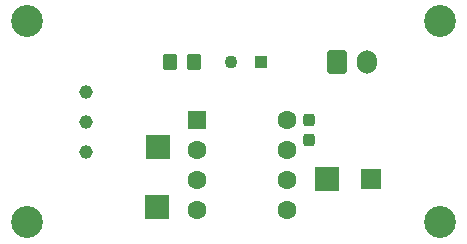
<source format=gbr>
%TF.GenerationSoftware,KiCad,Pcbnew,9.0.6*%
%TF.CreationDate,2026-01-19T07:30:14+01:00*%
%TF.ProjectId,Lumiere,4c756d69-6572-4652-9e6b-696361645f70,rev?*%
%TF.SameCoordinates,Original*%
%TF.FileFunction,Soldermask,Top*%
%TF.FilePolarity,Negative*%
%FSLAX46Y46*%
G04 Gerber Fmt 4.6, Leading zero omitted, Abs format (unit mm)*
G04 Created by KiCad (PCBNEW 9.0.6) date 2026-01-19 07:30:14*
%MOMM*%
%LPD*%
G01*
G04 APERTURE LIST*
G04 Aperture macros list*
%AMRoundRect*
0 Rectangle with rounded corners*
0 $1 Rounding radius*
0 $2 $3 $4 $5 $6 $7 $8 $9 X,Y pos of 4 corners*
0 Add a 4 corners polygon primitive as box body*
4,1,4,$2,$3,$4,$5,$6,$7,$8,$9,$2,$3,0*
0 Add four circle primitives for the rounded corners*
1,1,$1+$1,$2,$3*
1,1,$1+$1,$4,$5*
1,1,$1+$1,$6,$7*
1,1,$1+$1,$8,$9*
0 Add four rect primitives between the rounded corners*
20,1,$1+$1,$2,$3,$4,$5,0*
20,1,$1+$1,$4,$5,$6,$7,0*
20,1,$1+$1,$6,$7,$8,$9,0*
20,1,$1+$1,$8,$9,$2,$3,0*%
G04 Aperture macros list end*
%ADD10C,2.700000*%
%ADD11RoundRect,0.237500X0.237500X-0.300000X0.237500X0.300000X-0.237500X0.300000X-0.237500X-0.300000X0*%
%ADD12RoundRect,0.250000X0.350000X0.450000X-0.350000X0.450000X-0.350000X-0.450000X0.350000X-0.450000X0*%
%ADD13RoundRect,0.250000X-0.550000X-0.550000X0.550000X-0.550000X0.550000X0.550000X-0.550000X0.550000X0*%
%ADD14C,1.600000*%
%ADD15R,2.000000X2.000000*%
%ADD16R,1.700000X1.700000*%
%ADD17R,1.100000X1.100000*%
%ADD18C,1.100000*%
%ADD19RoundRect,0.250000X-0.600000X-0.750000X0.600000X-0.750000X0.600000X0.750000X-0.600000X0.750000X0*%
%ADD20O,1.700000X2.000000*%
%ADD21C,1.150000*%
G04 APERTURE END LIST*
D10*
%TO.C,H5*%
X16030000Y-33090000D03*
%TD*%
D11*
%TO.C,C4*%
X39930000Y-26152500D03*
X39930000Y-24427500D03*
%TD*%
D12*
%TO.C,R2*%
X30130000Y-19490000D03*
X28130000Y-19490000D03*
%TD*%
D13*
%TO.C,U2*%
X30415000Y-24435000D03*
D14*
X30415000Y-26975000D03*
X30415000Y-29515000D03*
X30415000Y-32055000D03*
X38035000Y-32055000D03*
X38035000Y-29515000D03*
X38035000Y-26975000D03*
X38035000Y-24435000D03*
%TD*%
D15*
%TO.C,TP2*%
X41430000Y-29390000D03*
%TD*%
D16*
%TO.C,J4*%
X45130000Y-29390000D03*
%TD*%
D17*
%TO.C,R1*%
X35800000Y-19490000D03*
D18*
X33260000Y-19490000D03*
%TD*%
D19*
%TO.C,J8*%
X42280000Y-19565000D03*
D20*
X44780000Y-19565000D03*
%TD*%
D10*
%TO.C,H6*%
X16030000Y-16090000D03*
%TD*%
%TO.C,H2*%
X51030000Y-33090000D03*
%TD*%
%TO.C,H1*%
X51030000Y-16090000D03*
%TD*%
D15*
%TO.C,TP11*%
X27130000Y-26690000D03*
%TD*%
%TO.C,TP1*%
X27030000Y-31790000D03*
%TD*%
D21*
%TO.C,RVAR1*%
X21035000Y-27130000D03*
X21035000Y-24590000D03*
X21035000Y-22050000D03*
%TD*%
M02*

</source>
